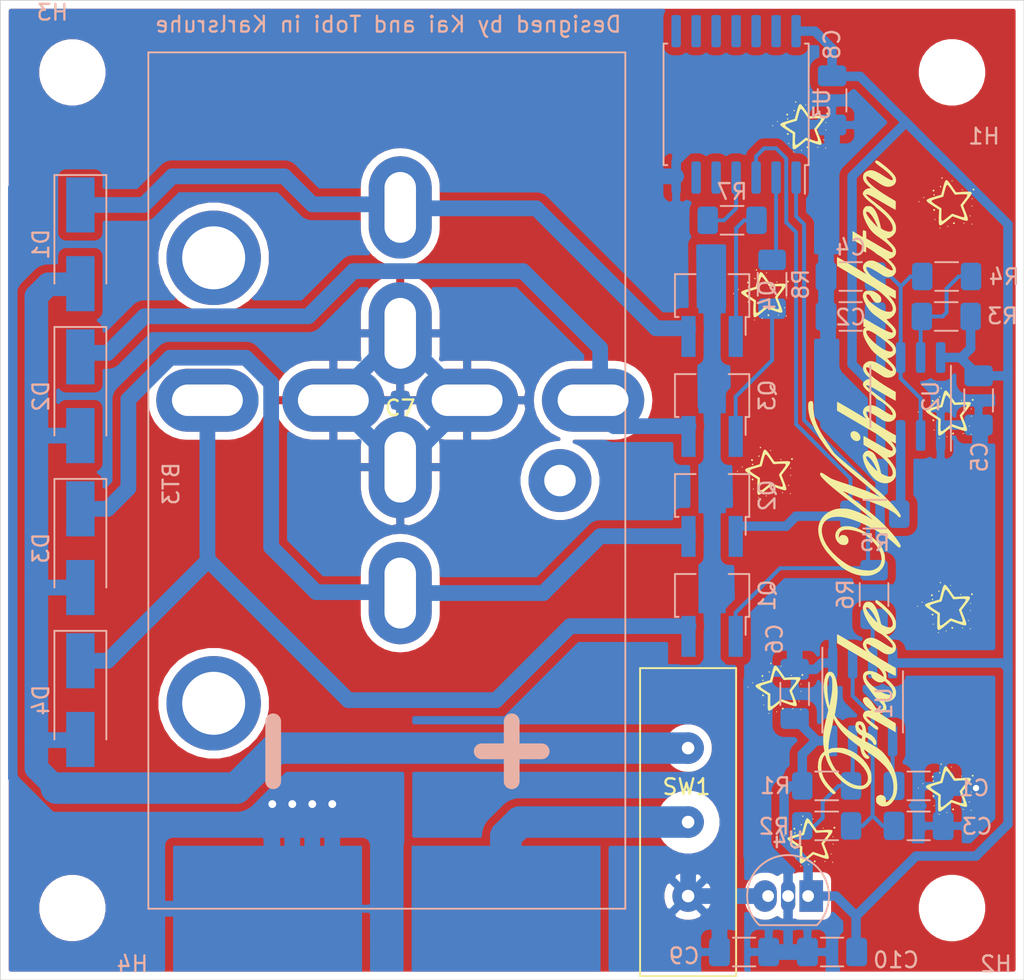
<source format=kicad_pcb>
(kicad_pcb (version 20171130) (host pcbnew "(5.1.10)-1")
  (layers (0 F.Cu signal hide) (31 B.Cu signal hide) (34 B.Paste user) (35 F.Paste user) (36 B.SilkS user) (37 F.SilkS user) (38 B.Mask user) (39 F.Mask user) (44 Edge.Cuts user))
  (net 0 "")
  (net 1 "Net-(BT3-Pad1)")
  (net 2 GND)
  (net 3 "Net-(C1-Pad1)")
  (net 4 "Net-(C2-Pad1)")
  (net 5 "Net-(C3-Pad1)")
  (net 6 "Net-(C4-Pad1)")
  (net 7 VCC)
  (net 8 /LED_MATRIX_1)
  (net 9 "Net-(Q1-Pad1)")
  (net 10 /LED_MATRIX_3)
  (net 11 "Net-(Q2-Pad1)")
  (net 12 /LED_MATRIX_2)
  (net 13 "Net-(Q3-Pad1)")
  (net 14 /LED_MATRIX_4)
  (net 15 "Net-(Q4-Pad1)")
  (net 16 "Net-(R1-Pad2)")
  (net 17 "Net-(R3-Pad2)")
  (net 18 "Net-(R5-Pad2)")
  (net 19 "Net-(R6-Pad2)")
  (net 20 +9V)
  (net 21 +5V)
  (net 22 "Net-(R7-Pad2)")
  (net 23 "Net-(R8-Pad2)")
  (module grafics:star_silk (layer F.Cu) (at 171.7676 117.1068)
    (fp_text reference G*** hide)
    (fp_text value LOGO hide)
  )
  (module grafics:star_silk (layer F.Cu) (at 160.0328 85.7124)
    (fp_text reference G*** hide)
    (fp_text value LOGO hide)
  )
  (module grafics:star_silk (layer F.Cu) (at 171.8184 79.8704)
    (fp_text reference G*** hide)
    (fp_text value LOGO hide)
  )
  (module grafics:star_silk (layer F.Cu) (at 160.2868 96.99)
    (fp_text reference G*** hide)
    (fp_text value LOGO hide)
  )
  (module grafics:star_silk (layer F.Cu) (at 160.9472 110.706)
    (fp_text reference G*** hide)
    (fp_text value LOGO hide)
  )
  (module grafics:star_silk (layer F.Cu) (at 171.7676 93.2308)
    (fp_text reference G*** hide)
    (fp_text value LOGO hide)
  )
  (module grafics:star_silk (layer F.Cu) (at 162.522 75.0444)
    (fp_text reference G*** hide)
    (fp_text value LOGO hide)
  )
  (module grafics:star_silk (layer F.Cu) (at 171.7168 105.5752)
    (fp_text reference G*** hide)
    (fp_text value LOGO hide)
  )
  (module grafics:star_silk (layer F.Cu) (at 162.9792 120.4088)
    (fp_text reference G*** hide)
    (fp_text value LOGO hide)
  )
  (module grafics:frohe_weihnachten_dick (layer F.Cu) (at 165.9764 97.752 90)
    (fp_text reference G*** hide)
    (fp_text value LOGO hide)
  )
  (module Package_TO_SOT_THT:TO-92_Inline (layer B.Cu) (at 163.03 123.914 180)
    (fp_text reference U4 (at 1.27 3.56) (layer B.SilkS) (effects (justify mirror)))
    (fp_text value L78L05_TO92)
    (pad 1 thru_hole rect (at 0 0 180) (size 1.5 2) (drill 0.75 (offset -0.2 0)) (layers *.Cu *.Mask) (net 21 +5V))
    (pad 3 thru_hole oval (at 2.54 0 180) (size 1.5 2) (drill 0.75 (offset 0.2 0)) (layers *.Cu *.Mask) (net 7 VCC))
    (pad 2 thru_hole oval (at 1.27 0 180) (size 0.9 2) (drill 0.75) (layers *.Cu *.Mask) (net 2 GND))
  )
  (module Resistor_SMD:R_1206_3216Metric_Pad1.30x1.75mm_HandSolder (layer B.Cu) (at 160.744 85.052 90)
    (fp_text reference R8 (at 0 1.82 90) (layer B.SilkS) (effects (justify mirror)))
    (fp_text value R)
    (pad 2 smd roundrect (at 1.55 0 90) (size 1.3 1.75) (layers B.Cu B.Paste B.Mask) (roundrect_rratio 0.192308) (net 23 "Net-(R8-Pad2)"))
    (pad 1 smd roundrect (at -1.55 0 90) (size 1.3 1.75) (layers B.Cu B.Paste B.Mask) (roundrect_rratio 0.192308) (net 13 "Net-(Q3-Pad1)"))
  )
  (module Resistor_SMD:R_1206_3216Metric_Pad1.30x1.75mm_HandSolder (layer B.Cu) (at 158.204 80.988 180)
    (fp_text reference R7 (at 0 1.82) (layer B.SilkS) (effects (justify mirror)))
    (fp_text value R)
    (pad 2 smd roundrect (at 1.55 0 180) (size 1.3 1.75) (layers B.Cu B.Paste B.Mask) (roundrect_rratio 0.192308) (net 22 "Net-(R7-Pad2)"))
    (pad 1 smd roundrect (at -1.55 0 180) (size 1.3 1.75) (layers B.Cu B.Paste B.Mask) (roundrect_rratio 0.192308) (net 15 "Net-(Q4-Pad1)"))
  )
  (module Capacitor_SMD:C_1206_3216Metric_Pad1.33x1.80mm_HandSolder (layer B.Cu) (at 164.554 127.47 180)
    (fp_text reference C10 (at -4.064 -0.508) (layer B.SilkS) (effects (justify mirror)))
    (fp_text value 10n)
    (pad 2 smd roundrect (at 1.5625 0 180) (size 1.325 1.8) (layers B.Cu B.Paste B.Mask) (roundrect_rratio 0.188679) (net 2 GND))
    (pad 1 smd roundrect (at -1.5625 0 180) (size 1.325 1.8) (layers B.Cu B.Paste B.Mask) (roundrect_rratio 0.188679) (net 21 +5V))
  )
  (module Capacitor_SMD:C_1206_3216Metric_Pad1.33x1.80mm_HandSolder (layer B.Cu) (at 158.966 127.47)
    (fp_text reference C9 (at -3.81 0.254) (layer B.SilkS) (effects (justify mirror)))
    (fp_text value 330n)
    (pad 2 smd roundrect (at 1.5625 0) (size 1.325 1.8) (layers B.Cu B.Paste B.Mask) (roundrect_rratio 0.188679) (net 2 GND))
    (pad 1 smd roundrect (at -1.5625 0) (size 1.325 1.8) (layers B.Cu B.Paste B.Mask) (roundrect_rratio 0.188679) (net 7 VCC))
  )
  (module Diode_SMD:D_SMA_Handsoldering (layer B.Cu) (at 116.802 111.468 270)
    (fp_text reference D4 (at 0 2.5 270) (layer B.SilkS) (effects (justify mirror)))
    (fp_text value "STPS 1L30A STM")
    (pad 2 smd rect (at 2.5 0 270) (size 3.5 1.8) (layers B.Cu B.Paste B.Mask) (net 20 +9V))
    (pad 1 smd rect (at -2.5 0 270) (size 3.5 1.8) (layers B.Cu B.Paste B.Mask) (net 8 /LED_MATRIX_1))
  )
  (module Diode_SMD:D_SMA_Handsoldering (layer B.Cu) (at 116.802 101.816 270)
    (fp_text reference D3 (at 0 2.5 90) (layer B.SilkS) (effects (justify mirror)))
    (fp_text value "STPS 1L30A STM")
    (pad 2 smd rect (at 2.5 0 270) (size 3.5 1.8) (layers B.Cu B.Paste B.Mask) (net 20 +9V))
    (pad 1 smd rect (at -2.5 0 270) (size 3.5 1.8) (layers B.Cu B.Paste B.Mask) (net 12 /LED_MATRIX_2))
  )
  (module Diode_SMD:D_SMA_Handsoldering (layer B.Cu) (at 116.802 92.164 270)
    (fp_text reference D2 (at 0 2.5 90) (layer B.SilkS) (effects (justify mirror)))
    (fp_text value "STPS 1L30A STM")
    (pad 2 smd rect (at 2.5 0 270) (size 3.5 1.8) (layers B.Cu B.Paste B.Mask) (net 20 +9V))
    (pad 1 smd rect (at -2.5 0 270) (size 3.5 1.8) (layers B.Cu B.Paste B.Mask) (net 10 /LED_MATRIX_3))
  )
  (module Diode_SMD:D_SMA_Handsoldering (layer B.Cu) (at 116.802 82.512 270)
    (fp_text reference D1 (at 0 2.5 90) (layer B.SilkS) (effects (justify mirror)))
    (fp_text value "STPS 1L30A STM")
    (pad 2 smd rect (at 2.5 0 270) (size 3.5 1.8) (layers B.Cu B.Paste B.Mask) (net 20 +9V))
    (pad 1 smd rect (at -2.5 0 270) (size 3.5 1.8) (layers B.Cu B.Paste B.Mask) (net 14 /LED_MATRIX_4))
  )
  (module Capacitor_SMD:C_1206_3216Metric_Pad1.33x1.80mm_HandSolder (layer B.Cu) (at 164.554 73.368 270)
    (fp_text reference C8 (at -3.556 0 90) (layer B.SilkS) (effects (justify mirror)))
    (fp_text value 100n)
    (pad 2 smd roundrect (at 1.5625 0 270) (size 1.325 1.8) (layers B.Cu B.Paste B.Mask) (roundrect_rratio 0.1886784905660377) (net 2 GND))
    (pad 1 smd roundrect (at -1.5625 0 270) (size 1.325 1.8) (layers B.Cu B.Paste B.Mask) (roundrect_rratio 0.1886784905660377) (net 21 +5V))
  )
  (module Bib:Schiebeschalter (layer F.Cu) (at 158.458 109.436 270)
    (fp_text reference SW1 (at 7.5438 3.1496) (layer F.SilkS))
    (fp_text value SW_DPDT_x2)
    (pad 3 thru_hole circle (at 5.08 3.05 270) (size 2 2) (drill 0.8) (layers *.Cu *.Mask) (net 20 +9V))
    (pad 2 thru_hole circle (at 9.78 3.05 270) (size 2 2) (drill 0.8) (layers *.Cu *.Mask) (net 1 "Net-(BT3-Pad1)") (clearance 1))
    (pad 1 thru_hole circle (at 14.48 3.05 270) (size 2 2) (drill 0.8) (layers *.Cu *.Mask) (net 7 VCC))
  )
  (module Package_TO_SOT_SMD:SOT-89-3 (layer B.Cu) (at 156.934 105.118 90)
    (fp_text reference Q1 (at 0.3 3.5 90) (layer B.SilkS) (effects (justify mirror)))
    (fp_text value BCX56)
    (pad 1 smd rect (at -1.65 1.5 90) (size 2.6 0.9) (drill (offset -0.65 0)) (layers B.Cu B.Paste B.Mask) (net 9 "Net-(Q1-Pad1)"))
    (pad 3 smd rect (at -1.65 -1.5 90) (size 2.6 0.9) (drill (offset -0.65 0)) (layers B.Cu B.Paste B.Mask) (net 8 /LED_MATRIX_1))
    (pad 2 smd custom (at -1.5625 0 90) (size 1.475 0.9) (layers B.Cu B.Paste B.Mask) (net 7 VCC) (options (clearance outline) (anchor rect)) (primitives (gr_poly (pts (xy 0.7375 0.8665) (xy 3.8625 0.8665) (xy 3.8625 -0.8665) (xy 0.7375 -0.8665)) (width 0))))
  )
  (module Bib:Verbindung_Basis (layer F.Cu) (at 137.122 92.418)
    (fp_text reference C7 (at 0 0.5) (layer F.SilkS))
    (fp_text value Baum_Connector)
    (pad 6 thru_hole oval (at 0 12.25) (size 4 6.5) (drill oval 2 4.5) (layers *.Cu *.Mask) (net 12 /LED_MATRIX_2))
    (pad 5 thru_hole oval (at 0 4.25) (size 4 6.5) (drill oval 2 4.5) (layers *.Cu *.Mask) (net 2 GND))
    (pad 2 thru_hole oval (at 0 -12.25) (size 4 6.5) (drill oval 2 4.5) (layers *.Cu *.Mask) (net 14 /LED_MATRIX_4))
    (pad 1 thru_hole oval (at 0 -4.25) (size 4 6.5) (drill oval 2 4.5) (layers *.Cu *.Mask) (net 2 GND))
    (pad 8 thru_hole oval (at -12.25 0) (size 6.5 4) (drill oval 4.5 2) (layers *.Cu *.Mask) (net 8 /LED_MATRIX_1))
    (pad 7 thru_hole oval (at -4.25 0) (size 6.5 4) (drill oval 4.5 2) (layers *.Cu *.Mask) (net 2 GND))
    (pad 4 thru_hole oval (at 12.25 0) (size 6.5 4) (drill oval 4.5 2) (layers *.Cu *.Mask) (net 10 /LED_MATRIX_3))
    (pad 3 thru_hole oval (at 4.25 0) (size 6.5 4) (drill oval 4.5 2) (layers *.Cu *.Mask) (net 2 GND))
  )
  (module MountingHole:MountingHole_3.2mm_M3 (layer F.Cu) (at 116.294 124.676)
    (fp_text reference H4 (at 3.81 3.556) (layer B.SilkS) (effects (justify mirror)))
    (fp_text value M3)
    (pad 1 np_thru_hole circle (at 0 0) (size 3.2 3.2) (drill 3.2) (layers *.Cu *.Mask))
  )
  (module MountingHole:MountingHole_3.2mm_M3 (layer F.Cu) (at 116.294 71.59)
    (fp_text reference H3 (at -1.27 -3.81) (layer B.SilkS) (effects (justify mirror)))
    (fp_text value M3)
    (pad 1 np_thru_hole circle (at 0 0) (size 3.2 3.2) (drill 3.2) (layers *.Cu *.Mask))
  )
  (module MountingHole:MountingHole_3.2mm_M3 (layer F.Cu) (at 172.174 124.676)
    (fp_text reference H2 (at 2.794 3.556) (layer B.SilkS) (effects (justify mirror)))
    (fp_text value M3)
    (pad 1 np_thru_hole circle (at 0 0) (size 3.2 3.2) (drill 3.2) (layers *.Cu *.Mask))
  )
  (module MountingHole:MountingHole_3.2mm_M3 (layer F.Cu) (at 172.174 71.59)
    (fp_text reference H1 (at 2.032 4.064) (layer B.SilkS) (effects (justify mirror)))
    (fp_text value M3)
    (pad 1 np_thru_hole circle (at 0 0) (size 3.2 3.2) (drill 3.2) (layers *.Cu *.Mask))
  )
  (module Package_SO:SOIC-14W_7.5x9mm_P1.27mm (layer B.Cu) (at 158.458 73.622 90)
    (fp_text reference U3 (at 0 5.45 90) (layer B.SilkS) (effects (justify mirror)))
    (fp_text value 74HC04)
    (pad 1 smd roundrect (at -4.65 3.81 90) (size 2.05 0.6) (layers B.Cu B.Paste B.Mask) (net 9 "Net-(Q1-Pad1)"))
    (pad 2 smd roundrect (at -4.65 2.54 90) (size 2.05 0.6) (layers B.Cu B.Paste B.Mask) (net 23 "Net-(R8-Pad2)"))
    (pad 3 smd roundrect (at -4.65 1.27 90) (size 2.05 0.6) (layers B.Cu B.Paste B.Mask) (net 11 "Net-(Q2-Pad1)"))
    (pad 4 smd roundrect (at -4.65 0 90) (size 2.05 0.6) (layers B.Cu B.Paste B.Mask) (net 22 "Net-(R7-Pad2)"))
    (pad 5 smd roundrect (at -4.65 -1.27 90) (size 2.05 0.6) (layers B.Cu B.Paste B.Mask))
    (pad 6 smd roundrect (at -4.65 -2.54 90) (size 2.05 0.6) (layers B.Cu B.Paste B.Mask))
    (pad 7 smd roundrect (at -4.65 -3.81 90) (size 2.05 0.6) (layers B.Cu B.Paste B.Mask) (net 2 GND))
    (pad 8 smd roundrect (at 4.65 -3.81 90) (size 2.05 0.6) (layers B.Cu B.Paste B.Mask))
    (pad 9 smd roundrect (at 4.65 -2.54 90) (size 2.05 0.6) (layers B.Cu B.Paste B.Mask))
    (pad 10 smd roundrect (at 4.65 -1.27 90) (size 2.05 0.6) (layers B.Cu B.Paste B.Mask))
    (pad 11 smd roundrect (at 4.65 0 90) (size 2.05 0.6) (layers B.Cu B.Paste B.Mask))
    (pad 12 smd roundrect (at 4.65 1.27 90) (size 2.05 0.6) (layers B.Cu B.Paste B.Mask))
    (pad 13 smd roundrect (at 4.65 2.54 90) (size 2.05 0.6) (layers B.Cu B.Paste B.Mask))
    (pad 14 smd roundrect (at 4.65 3.81 90) (size 2.05 0.6) (layers B.Cu B.Paste B.Mask) (net 21 +5V))
  )
  (module Bib:9V_Holder (layer B.Cu) (at 121.12 70.32 270)
    (fp_text reference BT3 (at 27.4 -1.45 90) (layer B.SilkS) (effects (justify mirror)))
    (fp_text value 9V)
    (fp_text user + (at 44.4 -22.725 90) (layer B.SilkS) (effects (font (size 5 5) (thickness 1)) (justify mirror)))
    (fp_text user - (at 44.4 -7.575 90) (layer B.SilkS) (effects (font (size 5 5) (thickness 1)) (justify mirror)))
    (pad 3 thru_hole circle (at 41.35 -4.15 270) (size 6 6) (drill 4) (layers *.Cu *.Mask))
    (pad 4 thru_hole circle (at 27.2 -26.15 270) (size 4 4) (drill 2) (layers *.Cu *.Mask))
    (pad 5 thru_hole circle (at 13.05 -4.15 270) (size 6 6) (drill 4) (layers *.Cu *.Mask))
    (pad 2 smd rect (at 54.4 -7.575 270) (size 8 12) (layers B.Cu B.Paste B.Mask) (net 2 GND))
    (pad 1 smd rect (at 54.4 -22.725 270) (size 8 12) (layers B.Cu B.Paste B.Mask) (net 1 "Net-(BT3-Pad1)") (clearance 0.5))
  )
  (module Capacitor_SMD:C_1206_3216Metric_Pad1.33x1.80mm_HandSolder (layer B.Cu) (at 162.179 111.0744 90)
    (fp_text reference C6 (at 3.4799 -1.2699 90) (layer B.SilkS) (effects (justify mirror)))
    (fp_text value 100n)
    (pad 1 smd roundrect (at -1.5625 0 90) (size 1.325 1.8) (layers B.Cu B.Paste B.Mask) (roundrect_rratio 0.1886777358490566) (net 21 +5V))
    (pad 2 smd roundrect (at 1.5625 0 90) (size 1.325 1.8) (layers B.Cu B.Paste B.Mask) (roundrect_rratio 0.1886777358490566) (net 2 GND))
  )
  (module Capacitor_SMD:C_1206_3216Metric_Pad1.33x1.80mm_HandSolder (layer B.Cu) (at 173.8632 92.4306 270)
    (fp_text reference C5 (at 3.5942 -0.0634 90) (layer B.SilkS) (effects (justify mirror)))
    (fp_text value 100n)
    (pad 1 smd roundrect (at -1.5625 0 270) (size 1.325 1.8) (layers B.Cu B.Paste B.Mask) (roundrect_rratio 0.1886777358490566) (net 21 +5V))
    (pad 2 smd roundrect (at 1.5625 0 270) (size 1.325 1.8) (layers B.Cu B.Paste B.Mask) (roundrect_rratio 0.1886777358490566) (net 2 GND))
  )
  (module Resistor_SMD:R_1206_3216Metric_Pad1.30x1.75mm_HandSolder (layer B.Cu) (at 167.221 104.7624 270)
    (fp_text reference R6 (at 0 1.82 90) (layer B.SilkS) (effects (justify mirror)))
    (fp_text value R)
    (pad 1 smd roundrect (at -1.55 0 270) (size 1.3 1.75) (layers B.Cu B.Paste B.Mask) (roundrect_rratio 0.1923069230769231) (net 9 "Net-(Q1-Pad1)"))
    (pad 2 smd roundrect (at 1.55 0 270) (size 1.3 1.75) (layers B.Cu B.Paste B.Mask) (roundrect_rratio 0.1923069230769231) (net 19 "Net-(R6-Pad2)"))
  )
  (module Resistor_SMD:R_1206_3216Metric_Pad1.30x1.75mm_HandSolder (layer B.Cu) (at 167.2712 99.657)
    (fp_text reference R5 (at 0 1.82) (layer B.SilkS) (effects (justify mirror)))
    (fp_text value R)
    (pad 1 smd roundrect (at -1.55 0) (size 1.3 1.75) (layers B.Cu B.Paste B.Mask) (roundrect_rratio 0.1923069230769231) (net 11 "Net-(Q2-Pad1)"))
    (pad 2 smd roundrect (at 1.55 0) (size 1.3 1.75) (layers B.Cu B.Paste B.Mask) (roundrect_rratio 0.1923069230769231) (net 18 "Net-(R5-Pad2)"))
  )
  (module Resistor_SMD:R_1206_3216Metric_Pad1.30x1.75mm_HandSolder (layer B.Cu) (at 171.8312 84.5566 180)
    (fp_text reference R4 (at -3.6575 -0.0255) (layer B.SilkS) (effects (justify mirror)))
    (fp_text value R)
    (pad 1 smd roundrect (at -1.55 0 180) (size 1.3 1.75) (layers B.Cu B.Paste B.Mask) (roundrect_rratio 0.1923069230769231) (net 17 "Net-(R3-Pad2)"))
    (pad 2 smd roundrect (at 1.55 0 180) (size 1.3 1.75) (layers B.Cu B.Paste B.Mask) (roundrect_rratio 0.1923069230769231) (net 6 "Net-(C4-Pad1)"))
  )
  (module Resistor_SMD:R_1206_3216Metric_Pad1.30x1.75mm_HandSolder (layer B.Cu) (at 171.8052 87.0966 180)
    (fp_text reference R3 (at -3.5692 0.0253) (layer B.SilkS) (effects (justify mirror)))
    (fp_text value R)
    (pad 1 smd roundrect (at -1.55 0 180) (size 1.3 1.75) (layers B.Cu B.Paste B.Mask) (roundrect_rratio 0.1923069230769231) (net 21 +5V))
    (pad 2 smd roundrect (at 1.55 0 180) (size 1.3 1.75) (layers B.Cu B.Paste B.Mask) (roundrect_rratio 0.1923069230769231) (net 17 "Net-(R3-Pad2)"))
  )
  (module Resistor_SMD:R_1206_3216Metric_Pad1.30x1.75mm_HandSolder (layer B.Cu) (at 164.211 119.4564)
    (fp_text reference R2 (at -3.34 0.038) (layer B.SilkS) (effects (justify mirror)))
    (fp_text value R)
    (pad 1 smd roundrect (at -1.55 0) (size 1.3 1.75) (layers B.Cu B.Paste B.Mask) (roundrect_rratio 0.1923069230769231) (net 16 "Net-(R1-Pad2)"))
    (pad 2 smd roundrect (at 1.55 0) (size 1.3 1.75) (layers B.Cu B.Paste B.Mask) (roundrect_rratio 0.1923069230769231) (net 5 "Net-(C3-Pad1)"))
  )
  (module Resistor_SMD:R_1206_3216Metric_Pad1.30x1.75mm_HandSolder (layer B.Cu) (at 164.211 116.9164)
    (fp_text reference R1 (at -3.2638 -0.0001) (layer B.SilkS) (effects (justify mirror)))
    (fp_text value R)
    (pad 1 smd roundrect (at -1.55 0) (size 1.3 1.75) (layers B.Cu B.Paste B.Mask) (roundrect_rratio 0.1923069230769231) (net 21 +5V))
    (pad 2 smd roundrect (at 1.55 0) (size 1.3 1.75) (layers B.Cu B.Paste B.Mask) (roundrect_rratio 0.1923069230769231) (net 16 "Net-(R1-Pad2)"))
  )
  (module Capacitor_SMD:C_1206_3216Metric_Pad1.33x1.80mm_HandSolder (layer B.Cu) (at 165.7352 84.5566 180)
    (fp_text reference C4 (at 0 1.85) (layer B.SilkS) (effects (justify mirror)))
    (fp_text value C)
    (pad 1 smd roundrect (at -1.5625 0 180) (size 1.325 1.8) (layers B.Cu B.Paste B.Mask) (roundrect_rratio 0.1886777358490566) (net 6 "Net-(C4-Pad1)"))
    (pad 2 smd roundrect (at 1.5625 0 180) (size 1.325 1.8) (layers B.Cu B.Paste B.Mask) (roundrect_rratio 0.1886777358490566) (net 2 GND))
  )
  (module Capacitor_SMD:C_1206_3216Metric_Pad1.33x1.80mm_HandSolder (layer B.Cu) (at 170.053 119.4564)
    (fp_text reference C3 (at 3.7085 0.038) (layer B.SilkS) (effects (justify mirror)))
    (fp_text value C)
    (pad 1 smd roundrect (at -1.5625 0) (size 1.325 1.8) (layers B.Cu B.Paste B.Mask) (roundrect_rratio 0.1886777358490566) (net 5 "Net-(C3-Pad1)"))
    (pad 2 smd roundrect (at 1.5625 0) (size 1.325 1.8) (layers B.Cu B.Paste B.Mask) (roundrect_rratio 0.1886777358490566) (net 2 GND))
  )
  (module Capacitor_SMD:C_1206_3216Metric_Pad1.33x1.80mm_HandSolder (layer B.Cu) (at 165.7352 87.0966 180)
    (fp_text reference C2 (at 0 -0.0509) (layer B.SilkS) (effects (justify mirror)))
    (fp_text value 10n)
    (pad 1 smd roundrect (at -1.5625 0 180) (size 1.325 1.8) (layers B.Cu B.Paste B.Mask) (roundrect_rratio 0.1886777358490566) (net 4 "Net-(C2-Pad1)"))
    (pad 2 smd roundrect (at 1.5625 0 180) (size 1.325 1.8) (layers B.Cu B.Paste B.Mask) (roundrect_rratio 0.1886777358490566) (net 2 GND))
  )
  (module Capacitor_SMD:C_1206_3216Metric_Pad1.33x1.80mm_HandSolder (layer B.Cu) (at 170.053 116.9164)
    (fp_text reference C1 (at 3.518 0.1396) (layer B.SilkS) (effects (justify mirror)))
    (fp_text value 10n)
    (pad 1 smd roundrect (at -1.5625 0) (size 1.325 1.8) (layers B.Cu B.Paste B.Mask) (roundrect_rratio 0.1886777358490566) (net 3 "Net-(C1-Pad1)"))
    (pad 2 smd roundrect (at 1.5625 0) (size 1.325 1.8) (layers B.Cu B.Paste B.Mask) (roundrect_rratio 0.1886777358490566) (net 2 GND))
  )
  (module Package_SO:SOIC-8_3.9x4.9mm_P1.27mm (layer B.Cu) (at 169.5452 92.1766 90)
    (fp_text reference U2 (at -0.0001 1.2826 90) (layer B.SilkS) (effects (justify mirror)))
    (fp_text value NE555D)
    (pad 1 smd roundrect (at -2.475 1.905 90) (size 1.95 0.6) (layers B.Cu B.Paste B.Mask) (net 2 GND))
    (pad 2 smd roundrect (at -2.475 0.635 90) (size 1.95 0.6) (layers B.Cu B.Paste B.Mask) (net 6 "Net-(C4-Pad1)"))
    (pad 3 smd roundrect (at -2.475 -0.635 90) (size 1.95 0.6) (layers B.Cu B.Paste B.Mask) (net 18 "Net-(R5-Pad2)"))
    (pad 4 smd roundrect (at -2.475 -1.905 90) (size 1.95 0.6) (layers B.Cu B.Paste B.Mask) (net 21 +5V))
    (pad 5 smd roundrect (at 2.475 -1.905 90) (size 1.95 0.6) (layers B.Cu B.Paste B.Mask) (net 4 "Net-(C2-Pad1)"))
    (pad 6 smd roundrect (at 2.475 -0.635 90) (size 1.95 0.6) (layers B.Cu B.Paste B.Mask) (net 6 "Net-(C4-Pad1)"))
    (pad 7 smd roundrect (at 2.475 0.635 90) (size 1.95 0.6) (layers B.Cu B.Paste B.Mask) (net 17 "Net-(R3-Pad2)"))
    (pad 8 smd roundrect (at 2.475 1.905 90) (size 1.95 0.6) (layers B.Cu B.Paste B.Mask) (net 21 +5V))
  )
  (module Package_SO:SOIC-8_3.9x4.9mm_P1.27mm (layer B.Cu) (at 166.497 111.5824 270)
    (fp_text reference U1 (at 0.0634 -1.359 90) (layer B.SilkS) (effects (justify mirror)))
    (fp_text value NE555D)
    (pad 1 smd roundrect (at -2.475 1.905 270) (size 1.95 0.6) (layers B.Cu B.Paste B.Mask) (net 2 GND))
    (pad 2 smd roundrect (at -2.475 0.635 270) (size 1.95 0.6) (layers B.Cu B.Paste B.Mask) (net 5 "Net-(C3-Pad1)"))
    (pad 3 smd roundrect (at -2.475 -0.635 270) (size 1.95 0.6) (layers B.Cu B.Paste B.Mask) (net 19 "Net-(R6-Pad2)"))
    (pad 4 smd roundrect (at -2.475 -1.905 270) (size 1.95 0.6) (layers B.Cu B.Paste B.Mask) (net 21 +5V))
    (pad 5 smd roundrect (at 2.475 -1.905 270) (size 1.95 0.6) (layers B.Cu B.Paste B.Mask) (net 3 "Net-(C1-Pad1)"))
    (pad 6 smd roundrect (at 2.475 -0.635 270) (size 1.95 0.6) (layers B.Cu B.Paste B.Mask) (net 5 "Net-(C3-Pad1)"))
    (pad 7 smd roundrect (at 2.475 0.635 270) (size 1.95 0.6) (layers B.Cu B.Paste B.Mask) (net 16 "Net-(R1-Pad2)"))
    (pad 8 smd roundrect (at 2.475 1.905 270) (size 1.95 0.6) (layers B.Cu B.Paste B.Mask) (net 21 +5V))
  )
  (module Package_TO_SOT_SMD:SOT-89-3 (layer B.Cu) (at 156.934 86.068 90)
    (fp_text reference Q4 (at 0.3 3.5 90) (layer B.SilkS) (effects (justify mirror)))
    (fp_text value BCX56)
    (pad 1 smd rect (at -1.65 1.5 90) (size 2.6 0.9) (drill (offset -0.65 0)) (layers B.Cu B.Paste B.Mask) (net 15 "Net-(Q4-Pad1)"))
    (pad 3 smd rect (at -1.65 -1.5 90) (size 2.6 0.9) (drill (offset -0.65 0)) (layers B.Cu B.Paste B.Mask) (net 14 /LED_MATRIX_4))
    (pad 2 smd custom (at -1.5625 0 90) (size 1.475 0.9) (layers B.Cu B.Paste B.Mask) (net 7 VCC) (options (clearance outline) (anchor rect)) (primitives (gr_poly (pts (xy 0.7375 0.8665) (xy 3.8625 0.8665) (xy 3.8625 -0.8665) (xy 0.7375 -0.8665)) (width 0))))
  )
  (module Package_TO_SOT_SMD:SOT-89-3 (layer B.Cu) (at 156.934 92.418 90)
    (fp_text reference Q3 (at 0.3 3.5 90) (layer B.SilkS) (effects (justify mirror)))
    (fp_text value BCX56)
    (pad 1 smd rect (at -1.65 1.5 90) (size 2.6 0.9) (drill (offset -0.65 0)) (layers B.Cu B.Paste B.Mask) (net 13 "Net-(Q3-Pad1)"))
    (pad 3 smd rect (at -1.65 -1.5 90) (size 2.6 0.9) (drill (offset -0.65 0)) (layers B.Cu B.Paste B.Mask) (net 10 /LED_MATRIX_3))
    (pad 2 smd custom (at -1.5625 0 90) (size 1.475 0.9) (layers B.Cu B.Paste B.Mask) (net 7 VCC) (options (clearance outline) (anchor rect)) (primitives (gr_poly (pts (xy 0.7375 0.8665) (xy 3.8625 0.8665) (xy 3.8625 -0.8665) (xy 0.7375 -0.8665)) (width 0))))
  )
  (module Package_TO_SOT_SMD:SOT-89-3 (layer B.Cu) (at 156.934 98.768 90)
    (fp_text reference Q2 (at 0.3 3.5 90) (layer B.SilkS) (effects (justify mirror)))
    (fp_text value BCX56)
    (pad 1 smd rect (at -1.65 1.5 90) (size 2.6 0.9) (drill (offset -0.65 0)) (layers B.Cu B.Paste B.Mask) (net 11 "Net-(Q2-Pad1)"))
    (pad 3 smd rect (at -1.65 -1.5 90) (size 2.6 0.9) (drill (offset -0.65 0)) (layers B.Cu B.Paste B.Mask) (net 12 /LED_MATRIX_2))
    (pad 2 smd custom (at -1.5625 0 90) (size 1.475 0.9) (layers B.Cu B.Paste B.Mask) (net 7 VCC) (options (clearance outline) (anchor rect)) (primitives (gr_poly (pts (xy 0.7375 0.8665) (xy 3.8625 0.8665) (xy 3.8625 -0.8665) (xy 0.7375 -0.8665)) (width 0))))
  )
  (gr_text "Designed by Kai and Tobi in Karlsruhe" (at 136.36 68.542) (layer B.SilkS) (effects (font (size 1 1)) (justify mirror)))
  (gr_line (start 176.746 129.248) (end 176.746 67.018) (layer Edge.Cuts) (width 0.05))
  (gr_line (start 111.722 129.248) (end 176.746 129.248) (layer Edge.Cuts) (width 0.05))
  (gr_line (start 111.722 67.018) (end 119.469 67.018) (layer Edge.Cuts) (width 0.05))
  (gr_line (start 111.722 129.248) (end 111.722 67.018) (layer Edge.Cuts) (width 0.05))
  (gr_line (start 176.746 67.018) (end 119.469 67.018) (layer Edge.Cuts) (width 0.05))
  (segment (start 155.412 119.214) (end 144.7176 119.214) (width 2) (layer B.Cu) (net 1))
  (segment (start 144.7176 119.214) (end 143.8276 120.104) (width 2) (layer B.Cu) (net 1))
  (segment (start 143.8276 120.104) (end 143.8276 124.7014) (width 2) (layer B.Cu) (net 1))
  (via (at 130.264 118.072) (size 1) (drill 0.5) (layers F.Cu B.Cu) (net 2))
  (via (at 131.534 118.072) (size 1) (drill 0.5) (layers F.Cu B.Cu) (net 2))
  (via (at 132.804 118.072) (size 1) (drill 0.5) (layers F.Cu B.Cu) (net 2))
  (segment (start 137.122 96.668) (end 132.872 92.418) (width 1) (layer B.Cu) (net 2))
  (segment (start 137.122 88.168) (end 132.872 92.418) (width 1) (layer B.Cu) (net 2))
  (segment (start 171.6155 119.4564) (end 171.6155 116.9164) (width 1) (layer B.Cu) (net 2))
  (segment (start 164.592 109.1074) (end 163.892 109.1074) (width 0.6) (layer B.Cu) (net 2))
  (segment (start 163.4875 109.5119) (end 162.179 109.5119) (width 0.6) (layer B.Cu) (net 2))
  (segment (start 163.892 109.1074) (end 163.4875 109.5119) (width 0.6) (layer B.Cu) (net 2))
  (segment (start 164.1727 84.5566) (end 164.1727 87.0966) (width 1) (layer B.Cu) (net 2))
  (segment (start 164.046 87.592) (end 164.3 87.338) (width 1) (layer B.Cu) (net 2))
  (segment (start 128.695 124.72) (end 128.95 124.72) (width 1) (layer B.Cu) (net 2))
  (segment (start 128.95 124.72) (end 131.28 122.39) (width 1) (layer B.Cu) (net 2))
  (segment (start 173.952 100.292) (end 173.952 93.942) (width 1) (layer B.Cu) (net 2))
  (segment (start 173.952 102.07) (end 173.952 100.292) (width 1) (layer B.Cu) (net 2))
  (segment (start 171.412 104.61) (end 173.952 102.07) (width 1) (layer B.Cu) (net 2))
  (segment (start 162.179 105.969) (end 163.538 104.61) (width 1) (layer B.Cu) (net 2))
  (segment (start 162.179 109.5119) (end 162.179 105.969) (width 1) (layer B.Cu) (net 2))
  (via (at 128.994 118.072) (size 1) (drill 0.5) (layers F.Cu B.Cu) (net 2))
  (via (at 173.698 117.056) (size 0.8) (drill 0.4) (layers F.Cu B.Cu) (net 2))
  (segment (start 173.698 117.056) (end 171.412 117.056) (width 1) (layer B.Cu) (net 2))
  (segment (start 137.122 96.668) (end 137.19 96.668) (width 1) (layer B.Cu) (net 2))
  (segment (start 137.19 96.668) (end 141.44 92.418) (width 1) (layer B.Cu) (net 2))
  (segment (start 137.122 88.168) (end 137.122 88.354) (width 1) (layer B.Cu) (net 2))
  (segment (start 137.122 88.354) (end 141.44 92.672) (width 1) (layer B.Cu) (net 2))
  (segment (start 128.994 118.072) (end 128.994 124.168) (width 1) (layer B.Cu) (net 2))
  (segment (start 130.264 118.072) (end 130.264 123.406) (width 1) (layer B.Cu) (net 2))
  (segment (start 131.534 118.072) (end 131.534 121.882) (width 1) (layer B.Cu) (net 2))
  (segment (start 132.804 118.072) (end 132.804 121.12) (width 1) (layer B.Cu) (net 2))
  (segment (start 128.695 124.72) (end 120.656 124.72) (width 1) (layer B.Cu) (net 2))
  (segment (start 113.246 78.194) (end 116.548 74.892) (width 1) (layer B.Cu) (net 2))
  (segment (start 116.548 74.892) (end 144.488 74.892) (width 1) (layer B.Cu) (net 2))
  (segment (start 161.76 123.914) (end 161.76 127.47) (width 0.6) (layer B.Cu) (net 2))
  (segment (start 161.76 127.47) (end 163.03 127.47) (width 1) (layer B.Cu) (net 2))
  (segment (start 160.5285 127.47) (end 161.76 127.47) (width 1) (layer B.Cu) (net 2))
  (segment (start 161.76 123.914) (end 161.76 123.438707) (width 0.6) (layer B.Cu) (net 2))
  (segment (start 162.014 109.69) (end 162.014 109.436) (width 0.6) (layer B.Cu) (net 2))
  (segment (start 159.728 109.69) (end 162.014 109.69) (width 0.6) (layer B.Cu) (net 2))
  (segment (start 159.22 110.198) (end 159.728 109.69) (width 0.6) (layer B.Cu) (net 2))
  (segment (start 159.22 121.374) (end 159.22 110.198) (width 0.6) (layer B.Cu) (net 2))
  (segment (start 159.982 122.136) (end 159.22 121.374) (width 0.6) (layer B.Cu) (net 2))
  (segment (start 154.648 77.247) (end 157.003 74.892) (width 0.6) (layer B.Cu) (net 2))
  (segment (start 157.003 74.892) (end 164.554 74.892) (width 0.6) (layer B.Cu) (net 2))
  (segment (start 154.648 78.272) (end 154.648 77.247) (width 0.6) (layer B.Cu) (net 2))
  (segment (start 144.488 74.892) (end 147.282 74.892) (width 1) (layer B.Cu) (net 2))
  (segment (start 147.282 74.892) (end 150.584 78.194) (width 1) (layer B.Cu) (net 2))
  (segment (start 150.584 78.194) (end 154.648 78.194) (width 1) (layer B.Cu) (net 2))
  (segment (start 164.1727 84.5566) (end 164.1727 77.5593) (width 1) (layer B.Cu) (net 2))
  (segment (start 164.554 77.178) (end 164.554 74.892) (width 1) (layer B.Cu) (net 2))
  (segment (start 164.1727 77.5593) (end 164.554 77.178) (width 1) (layer B.Cu) (net 2))
  (segment (start 173.8632 93.9931) (end 171.4631 93.9931) (width 0.6) (layer B.Cu) (net 2))
  (segment (start 161.76 122.39) (end 161.506 122.136) (width 0.6) (layer B.Cu) (net 2))
  (segment (start 161.76 123.914) (end 161.76 122.39) (width 0.6) (layer B.Cu) (net 2))
  (segment (start 161.506 122.136) (end 159.982 122.136) (width 0.6) (layer B.Cu) (net 2))
  (segment (start 163.538 104.61) (end 169.634 104.61) (width 1) (layer B.Cu) (net 2))
  (segment (start 169.634 104.61) (end 171.412 104.61) (width 1) (layer B.Cu) (net 2))
  (segment (start 167.602 97.244) (end 164.3 93.942) (width 1) (layer B.Cu) (net 2))
  (segment (start 164.3 93.942) (end 164.3 87.084) (width 1) (layer B.Cu) (net 2))
  (segment (start 112.507991 78.932009) (end 113.246 78.194) (width 0.6) (layer B.Cu) (net 2))
  (segment (start 112.507991 116.407325) (end 112.507991 78.932009) (width 0.6) (layer B.Cu) (net 2))
  (segment (start 120.656 124.555334) (end 112.507991 116.407325) (width 0.6) (layer B.Cu) (net 2))
  (segment (start 120.656 124.72) (end 120.656 124.555334) (width 0.6) (layer B.Cu) (net 2))
  (segment (start 167.602 101.054) (end 167.602 97.244) (width 0.6) (layer B.Cu) (net 2))
  (segment (start 167.602 101.054) (end 169.634 103.086) (width 0.6) (layer B.Cu) (net 2))
  (segment (start 169.634 103.086) (end 169.634 104.61) (width 0.6) (layer B.Cu) (net 2))
  (segment (start 168.402 116.8279) (end 168.4905 116.9164) (width 0.25) (layer B.Cu) (net 3))
  (segment (start 168.402 114.0574) (end 168.402 116.8279) (width 0.25) (layer B.Cu) (net 3))
  (segment (start 167.6402 89.7016) (end 167.6402 87.6302) (width 0.6) (layer B.Cu) (net 4))
  (segment (start 167.6402 87.6302) (end 167.348 87.338) (width 0.6) (layer B.Cu) (net 4))
  (segment (start 167.348 87.338) (end 167.094 87.084) (width 0.6) (layer B.Cu) (net 4))
  (segment (start 167.132 114.0574) (end 167.132 118.8214) (width 0.25) (layer B.Cu) (net 5))
  (segment (start 166.497 119.4564) (end 165.761 119.4564) (width 0.25) (layer B.Cu) (net 5))
  (segment (start 167.132 118.8214) (end 166.497 119.4564) (width 0.25) (layer B.Cu) (net 5))
  (segment (start 167.767 119.4564) (end 168.4905 119.4564) (width 0.25) (layer B.Cu) (net 5))
  (segment (start 167.132 118.8214) (end 167.767 119.4564) (width 0.25) (layer B.Cu) (net 5))
  (segment (start 167.132 114.0574) (end 167.132 112.4714) (width 0.25) (layer B.Cu) (net 5))
  (segment (start 165.862 111.2014) (end 165.862 109.1074) (width 0.25) (layer B.Cu) (net 5))
  (segment (start 167.132 112.4714) (end 165.862 111.2014) (width 0.25) (layer B.Cu) (net 5))
  (segment (start 168.9102 89.7016) (end 168.9102 85.1916) (width 0.25) (layer B.Cu) (net 6))
  (segment (start 168.2752 84.5566) (end 168.9102 85.1916) (width 0.25) (layer B.Cu) (net 6))
  (segment (start 167.2977 84.5566) (end 168.2752 84.5566) (width 0.25) (layer B.Cu) (net 6))
  (segment (start 169.5452 84.5566) (end 168.9102 85.1916) (width 0.25) (layer B.Cu) (net 6))
  (segment (start 170.2812 84.5566) (end 169.5452 84.5566) (width 0.25) (layer B.Cu) (net 6))
  (segment (start 168.9102 89.7016) (end 168.9102 91.0336) (width 0.25) (layer B.Cu) (net 6))
  (segment (start 170.1802 92.3036) (end 170.1802 94.6516) (width 0.25) (layer B.Cu) (net 6))
  (segment (start 168.9102 91.0336) (end 170.1802 92.3036) (width 0.25) (layer B.Cu) (net 6))
  (segment (start 156.934 104.9025) (end 156.934 106.896) (width 1) (layer B.Cu) (net 7))
  (segment (start 156.934 91.148) (end 156.934 85.814) (width 1) (layer B.Cu) (net 7))
  (segment (start 156.934 104.9025) (end 156.934 100.8) (width 1) (layer B.Cu) (net 7))
  (segment (start 156.934 96.482) (end 156.934 91.148) (width 1) (layer B.Cu) (net 7))
  (segment (start 156.934 100.8) (end 156.934 96.482) (width 1) (layer B.Cu) (net 7))
  (segment (start 157.4035 123.9525) (end 157.44 123.916) (width 1) (layer B.Cu) (net 7))
  (segment (start 157.4035 127.47) (end 157.4035 123.9525) (width 1) (layer B.Cu) (net 7))
  (segment (start 157.44 123.916) (end 160.48299 123.916) (width 1) (layer B.Cu) (net 7))
  (segment (start 155.408 123.916) (end 157.44 123.916) (width 1) (layer B.Cu) (net 7))
  (segment (start 155.408 123.916) (end 155.408 122.392) (width 1) (layer B.Cu) (net 7))
  (segment (start 157.908001 109.992003) (end 156.934 109.018002) (width 1) (layer B.Cu) (net 7))
  (segment (start 157.908001 120.416001) (end 157.908001 109.992003) (width 1) (layer B.Cu) (net 7))
  (segment (start 156.608001 121.716001) (end 157.908001 120.416001) (width 1) (layer B.Cu) (net 7))
  (segment (start 156.083999 121.716001) (end 156.608001 121.716001) (width 1) (layer B.Cu) (net 7))
  (segment (start 155.408 122.392) (end 156.083999 121.716001) (width 1) (layer B.Cu) (net 7))
  (segment (start 156.934 109.018002) (end 156.934 106.642) (width 1) (layer B.Cu) (net 7))
  (segment (start 124.872 102.52) (end 124.872 92.418) (width 1) (layer B.Cu) (net 8))
  (segment (start 133.82 111.468) (end 124.872 102.52) (width 1) (layer B.Cu) (net 8))
  (segment (start 155.434 106.768) (end 147.918 106.768) (width 1) (layer B.Cu) (net 8))
  (segment (start 143.218 111.468) (end 133.82 111.468) (width 1) (layer B.Cu) (net 8))
  (segment (start 147.918 106.768) (end 143.218 111.468) (width 1) (layer B.Cu) (net 8))
  (segment (start 124.716 92.204) (end 124.93 92.418) (width 1) (layer B.Cu) (net 8))
  (segment (start 124.872 102.636) (end 124.872 102.52) (width 1) (layer B.Cu) (net 8))
  (segment (start 118.54 108.968) (end 124.872 102.636) (width 1) (layer B.Cu) (net 8))
  (segment (start 116.802 108.968) (end 118.54 108.968) (width 1) (layer B.Cu) (net 8))
  (segment (start 158.434 106.768) (end 158.434 105.904) (width 0.25) (layer B.Cu) (net 9))
  (segment (start 158.434 105.904) (end 159.474 104.864) (width 0.25) (layer B.Cu) (net 9))
  (segment (start 167.094 103.086) (end 167.348 103.086) (width 0.25) (layer B.Cu) (net 9))
  (segment (start 159.474 104.864) (end 160.744 103.594) (width 0.25) (layer B.Cu) (net 9))
  (segment (start 160.744 103.594) (end 161.252 103.086) (width 0.25) (layer B.Cu) (net 9))
  (segment (start 161.252 103.086) (end 166.84 103.086) (width 0.25) (layer B.Cu) (net 9))
  (segment (start 166.84 103.086) (end 167.094 103.34) (width 0.25) (layer B.Cu) (net 9))
  (segment (start 167.2464 103.2384) (end 167.348 103.34) (width 0.25) (layer B.Cu) (net 9))
  (segment (start 162.776 81.242) (end 162.776 93.18) (width 0.25) (layer B.Cu) (net 9))
  (segment (start 162.268 80.734) (end 162.776 81.242) (width 0.25) (layer B.Cu) (net 9))
  (segment (start 162.268 78.272) (end 162.268 80.734) (width 0.25) (layer B.Cu) (net 9))
  (segment (start 162.776 93.18) (end 162.776 93.688) (width 0.25) (layer B.Cu) (net 9))
  (segment (start 162.776 93.688) (end 163.284 94.196) (width 0.25) (layer B.Cu) (net 9))
  (segment (start 163.284 94.196) (end 166.84 97.752) (width 0.25) (layer B.Cu) (net 9))
  (segment (start 166.84 97.752) (end 166.84 102.832) (width 0.25) (layer B.Cu) (net 9))
  (segment (start 166.84 102.832) (end 167.348 103.34) (width 0.25) (layer B.Cu) (net 9))
  (segment (start 149.372 92.418) (end 149.372 92.476) (width 1) (layer B.Cu) (net 10))
  (segment (start 150.33 93.434) (end 149.314 92.418) (width 1) (layer B.Cu) (net 10))
  (segment (start 155.434 94.068) (end 150.71 94.068) (width 1) (layer B.Cu) (net 10))
  (segment (start 150.71 94.068) (end 149.06 92.418) (width 1) (layer B.Cu) (net 10))
  (segment (start 116.802 89.41) (end 118.54 89.41) (width 1) (layer B.Cu) (net 10))
  (segment (start 118.54 89.41) (end 120.866 87.084) (width 1) (layer B.Cu) (net 10))
  (segment (start 120.866 87.084) (end 131.28 87.084) (width 1) (layer B.Cu) (net 10))
  (segment (start 134.14601 84.21799) (end 144.92399 84.21799) (width 1) (layer B.Cu) (net 10))
  (segment (start 131.28 87.084) (end 134.14601 84.21799) (width 1) (layer B.Cu) (net 10))
  (segment (start 144.92399 84.21799) (end 149.822 89.116) (width 1) (layer B.Cu) (net 10))
  (segment (start 149.822 89.116) (end 149.822 92.418) (width 1) (layer B.Cu) (net 10))
  (segment (start 158.434 100.418) (end 161.634 100.418) (width 0.6) (layer B.Cu) (net 11))
  (segment (start 161.634 100.418) (end 162.268 99.784) (width 0.6) (layer B.Cu) (net 11))
  (segment (start 162.268 99.784) (end 165.824 99.784) (width 0.6) (layer B.Cu) (net 11))
  (segment (start 160.998 76.416) (end 160.236 76.416) (width 0.25) (layer B.Cu) (net 11))
  (segment (start 161.64299 77.06099) (end 160.998 76.416) (width 0.25) (layer B.Cu) (net 11))
  (segment (start 159.728 76.924) (end 159.728 78.272) (width 0.25) (layer B.Cu) (net 11))
  (segment (start 161.64299 81.12499) (end 161.64299 77.06099) (width 0.25) (layer B.Cu) (net 11))
  (segment (start 160.236 76.416) (end 159.728 76.924) (width 0.25) (layer B.Cu) (net 11))
  (segment (start 162.268 81.75) (end 161.64299 81.12499) (width 0.25) (layer B.Cu) (net 11))
  (segment (start 162.268 93.942) (end 162.268 81.75) (width 0.25) (layer B.Cu) (net 11))
  (segment (start 165.7212 97.3952) (end 162.268 93.942) (width 0.25) (layer B.Cu) (net 11))
  (segment (start 165.7212 99.657) (end 165.7212 97.3952) (width 0.25) (layer B.Cu) (net 11))
  (segment (start 119.85 98.006) (end 119.85 92.37161) (width 1) (layer B.Cu) (net 12))
  (segment (start 118.54 99.316) (end 119.85 98.006) (width 1) (layer B.Cu) (net 12))
  (segment (start 119.85 92.37161) (end 122.50362 89.71799) (width 1) (layer B.Cu) (net 12))
  (segment (start 116.802 99.316) (end 118.54 99.316) (width 1) (layer B.Cu) (net 12))
  (segment (start 137.202 104.784) (end 137.282 104.864) (width 1) (layer B.Cu) (net 12))
  (segment (start 137.122 104.668) (end 146.208 104.668) (width 1) (layer B.Cu) (net 12))
  (segment (start 146.208 104.668) (end 149.822 101.054) (width 1) (layer B.Cu) (net 12))
  (segment (start 149.822 101.054) (end 155.41 101.054) (width 1) (layer B.Cu) (net 12))
  (segment (start 128.92199 91.32999) (end 128.92199 101.74399) (width 1) (layer B.Cu) (net 12))
  (segment (start 127.30999 89.71799) (end 128.92199 91.32999) (width 1) (layer B.Cu) (net 12))
  (segment (start 122.50362 89.71799) (end 127.30999 89.71799) (width 1) (layer B.Cu) (net 12))
  (segment (start 128.92199 101.74399) (end 131.788 104.61) (width 1) (layer B.Cu) (net 12))
  (segment (start 131.788 104.61) (end 137.122 104.61) (width 1) (layer B.Cu) (net 12))
  (segment (start 158.434 94.068) (end 158.434 92.188) (width 0.25) (layer B.Cu) (net 13))
  (segment (start 158.434 92.188) (end 159.22 91.402) (width 0.25) (layer B.Cu) (net 13))
  (segment (start 159.22 91.402) (end 159.474 91.148) (width 0.25) (layer B.Cu) (net 13))
  (segment (start 160.744 89.878) (end 159.982 90.64) (width 0.25) (layer B.Cu) (net 13))
  (segment (start 159.982 90.64) (end 159.22 91.402) (width 0.25) (layer B.Cu) (net 13))
  (segment (start 160.744 86.602) (end 160.744 89.878) (width 0.25) (layer B.Cu) (net 13))
  (segment (start 143.218 80.226) (end 137.122 80.226) (width 1) (layer B.Cu) (net 14))
  (segment (start 144.742 80.226) (end 143.218 80.226) (width 1) (layer B.Cu) (net 14))
  (segment (start 144.742 80.226) (end 145.758 80.226) (width 1) (layer B.Cu) (net 14))
  (segment (start 145.758 80.226) (end 153.378 87.846) (width 1) (layer B.Cu) (net 14))
  (segment (start 153.378 87.846) (end 154.394 87.846) (width 1) (layer B.Cu) (net 14))
  (segment (start 154.394 87.846) (end 155.41 87.846) (width 1) (layer B.Cu) (net 14))
  (segment (start 137.122 80.168) (end 136.164 80.168) (width 1) (layer B.Cu) (net 14))
  (segment (start 137.082 80.266) (end 137.122 80.226) (width 1) (layer B.Cu) (net 14))
  (segment (start 116.802 80.012) (end 120.826 80.012) (width 1) (layer B.Cu) (net 14))
  (segment (start 120.826 80.012) (end 122.644 78.194) (width 1) (layer B.Cu) (net 14))
  (segment (start 122.644 78.194) (end 129.756 78.194) (width 1) (layer B.Cu) (net 14))
  (segment (start 129.756 78.194) (end 131.534 79.972) (width 1) (layer B.Cu) (net 14))
  (segment (start 131.534 79.972) (end 137.376 79.972) (width 1) (layer B.Cu) (net 14))
  (segment (start 159.754 80.988) (end 158.966 80.988) (width 0.25) (layer B.Cu) (net 15))
  (segment (start 158.458 81.496) (end 158.458 82.766) (width 0.25) (layer B.Cu) (net 15))
  (segment (start 158.966 80.988) (end 158.458 81.496) (width 0.25) (layer B.Cu) (net 15))
  (segment (start 158.458 82.766) (end 158.458 88.608) (width 0.25) (layer B.Cu) (net 15))
  (segment (start 158.458 82.65) (end 158.458 82.766) (width 0.25) (layer B.Cu) (net 15))
  (segment (start 165.761 116.9164) (end 164.973 116.9164) (width 0.25) (layer B.Cu) (net 16))
  (segment (start 164.973 116.9164) (end 163.957 117.9324) (width 0.25) (layer B.Cu) (net 16))
  (segment (start 163.957 117.9324) (end 163.957 118.9484) (width 0.25) (layer B.Cu) (net 16))
  (segment (start 163.449 119.4564) (end 162.661 119.4564) (width 0.25) (layer B.Cu) (net 16))
  (segment (start 163.957 118.9484) (end 163.449 119.4564) (width 0.25) (layer B.Cu) (net 16))
  (segment (start 165.862 116.8154) (end 165.761 116.9164) (width 0.25) (layer B.Cu) (net 16))
  (segment (start 165.862 114.0574) (end 165.862 116.8154) (width 0.25) (layer B.Cu) (net 16))
  (segment (start 170.1802 87.1716) (end 170.2552 87.0966) (width 0.25) (layer B.Cu) (net 17))
  (segment (start 170.1802 89.7016) (end 170.1802 87.1716) (width 0.25) (layer B.Cu) (net 17))
  (segment (start 173.3812 84.5566) (end 172.5932 84.5566) (width 0.25) (layer B.Cu) (net 17))
  (segment (start 172.5932 84.5566) (end 171.8312 85.3186) (width 0.25) (layer B.Cu) (net 17))
  (segment (start 171.8312 85.3186) (end 171.8312 86.8426) (width 0.25) (layer B.Cu) (net 17))
  (segment (start 171.5772 87.0966) (end 170.2552 87.0966) (width 0.25) (layer B.Cu) (net 17))
  (segment (start 171.8312 86.8426) (end 171.5772 87.0966) (width 0.25) (layer B.Cu) (net 17))
  (segment (start 168.9102 94.6516) (end 168.9102 99.695) (width 0.6) (layer B.Cu) (net 18))
  (segment (start 167.132 109.1074) (end 167.132 106.3754) (width 0.25) (layer B.Cu) (net 19))
  (segment (start 116.548 85.306) (end 116.802 85.052) (width 1) (layer B.Cu) (net 20))
  (segment (start 133.566 114.516) (end 155.408 114.516) (width 2) (layer B.Cu) (net 20))
  (segment (start 114.77 85.052) (end 116.802 85.052) (width 1.5) (layer B.Cu) (net 20))
  (segment (start 114.008 85.814) (end 114.77 85.052) (width 1.5) (layer B.Cu) (net 20))
  (segment (start 115.278 117.056) (end 114.008 115.786) (width 1.5) (layer B.Cu) (net 20))
  (segment (start 115.786 117.056) (end 115.278 117.056) (width 2) (layer B.Cu) (net 20))
  (segment (start 129.248 114.516) (end 133.566 114.516) (width 2) (layer B.Cu) (net 20))
  (segment (start 115.786 117.056) (end 126.708 117.056) (width 2) (layer B.Cu) (net 20))
  (segment (start 126.708 117.056) (end 129.248 114.516) (width 2) (layer B.Cu) (net 20))
  (segment (start 114.008 114.008) (end 116.802 114.008) (width 1) (layer B.Cu) (net 20))
  (segment (start 114.008 115.786) (end 114.008 114.008) (width 1.5) (layer B.Cu) (net 20))
  (segment (start 114.008 114.008) (end 114.008 104.102) (width 1.5) (layer B.Cu) (net 20))
  (segment (start 114.222 104.316) (end 114.008 104.102) (width 1) (layer B.Cu) (net 20))
  (segment (start 116.802 104.316) (end 114.222 104.316) (width 1) (layer B.Cu) (net 20))
  (segment (start 114.556 94.664) (end 114.008 95.212) (width 1) (layer B.Cu) (net 20))
  (segment (start 116.802 94.664) (end 114.556 94.664) (width 1) (layer B.Cu) (net 20))
  (segment (start 114.008 95.212) (end 114.008 85.814) (width 1.5) (layer B.Cu) (net 20))
  (segment (start 114.008 104.102) (end 114.008 95.212) (width 1.5) (layer B.Cu) (net 20))
  (segment (start 172.6967 89.7016) (end 172.7822 89.7016) (width 0.6) (layer B.Cu) (net 21))
  (segment (start 172.6967 89.7016) (end 173.8632 90.8681) (width 0.6) (layer B.Cu) (net 21))
  (segment (start 171.4502 89.7016) (end 172.6967 89.7016) (width 0.6) (layer B.Cu) (net 21))
  (segment (start 172.7822 89.7016) (end 173.3552 89.1286) (width 0.6) (layer B.Cu) (net 21))
  (segment (start 173.3552 89.1286) (end 173.3552 87.0966) (width 0.6) (layer B.Cu) (net 21))
  (segment (start 162.661 114.9104) (end 162.661 116.9164) (width 0.6) (layer B.Cu) (net 21))
  (segment (start 163.514 114.0574) (end 163.514 113.9719) (width 0.6) (layer B.Cu) (net 21))
  (segment (start 163.514 114.0574) (end 162.661 114.9104) (width 0.6) (layer B.Cu) (net 21))
  (segment (start 164.592 114.0574) (end 163.514 114.0574) (width 0.6) (layer B.Cu) (net 21))
  (segment (start 163.514 113.9719) (end 162.179 112.6369) (width 0.6) (layer B.Cu) (net 21))
  (segment (start 173.698 121.374) (end 175.73 119.342) (width 0.6) (layer B.Cu) (net 21))
  (segment (start 175.73 119.342) (end 175.73 115.278) (width 0.6) (layer B.Cu) (net 21))
  (segment (start 166.332 71.844) (end 164.554 71.844) (width 0.6) (layer B.Cu) (net 21))
  (segment (start 175.5019 90.8681) (end 175.73 90.64) (width 0.6) (layer B.Cu) (net 21))
  (segment (start 173.8632 90.8681) (end 175.5019 90.8681) (width 0.6) (layer B.Cu) (net 21))
  (segment (start 175.73 90.64) (end 175.73 81.242) (width 0.6) (layer B.Cu) (net 21))
  (segment (start 175.4014 109.1074) (end 175.73 109.436) (width 0.6) (layer B.Cu) (net 21))
  (segment (start 168.402 109.1074) (end 175.4014 109.1074) (width 0.6) (layer B.Cu) (net 21))
  (segment (start 175.73 109.436) (end 175.73 90.64) (width 0.6) (layer B.Cu) (net 21))
  (segment (start 175.73 115.278) (end 175.73 109.436) (width 0.6) (layer B.Cu) (net 21))
  (segment (start 163.03 123.66) (end 163.03 124.168) (width 1) (layer B.Cu) (net 21))
  (segment (start 165.95401 78.06399) (end 169.253 74.765) (width 0.6) (layer B.Cu) (net 21))
  (segment (start 169.253 74.765) (end 166.332 71.844) (width 0.6) (layer B.Cu) (net 21))
  (segment (start 175.73 81.242) (end 169.253 74.765) (width 0.6) (layer B.Cu) (net 21))
  (segment (start 163.03 123.914) (end 164.808 123.914) (width 0.6) (layer B.Cu) (net 21))
  (segment (start 164.808 123.914) (end 166.078 125.184) (width 0.6) (layer B.Cu) (net 21))
  (segment (start 166.078 125.184) (end 166.078 127.724) (width 0.6) (layer B.Cu) (net 21))
  (segment (start 169.888 121.374) (end 171.412 121.374) (width 0.6) (layer B.Cu) (net 21))
  (segment (start 166.078 125.184) (end 169.888 121.374) (width 0.6) (layer B.Cu) (net 21))
  (segment (start 171.412 121.374) (end 173.698 121.374) (width 0.6) (layer B.Cu) (net 21))
  (segment (start 163.03 121.882) (end 163.03 123.914) (width 0.6) (layer B.Cu) (net 21))
  (segment (start 163.000922 121.882) (end 163.03 121.882) (width 0.6) (layer B.Cu) (net 21))
  (segment (start 161.506 117.31) (end 161.506 120.387078) (width 0.6) (layer B.Cu) (net 21))
  (segment (start 161.8996 116.9164) (end 161.506 117.31) (width 0.6) (layer B.Cu) (net 21))
  (segment (start 161.506 120.387078) (end 163.000922 121.882) (width 0.6) (layer B.Cu) (net 21))
  (segment (start 162.661 116.9164) (end 161.8996 116.9164) (width 0.6) (layer B.Cu) (net 21))
  (segment (start 167.6402 94.6516) (end 167.6402 91.9482) (width 0.6) (layer B.Cu) (net 21))
  (segment (start 167.6402 91.9482) (end 165.824 90.132) (width 0.6) (layer B.Cu) (net 21))
  (segment (start 165.824 78.194) (end 165.95401 78.06399) (width 0.6) (layer B.Cu) (net 21))
  (segment (start 165.824 90.132) (end 165.824 78.194) (width 0.6) (layer B.Cu) (net 21))
  (segment (start 162.268 68.972) (end 163.46 68.972) (width 0.6) (layer B.Cu) (net 21))
  (segment (start 164.554 70.066) (end 164.554 70.828) (width 0.6) (layer B.Cu) (net 21))
  (segment (start 163.46 68.972) (end 164.554 70.066) (width 0.6) (layer B.Cu) (net 21))
  (segment (start 164.554 70.828) (end 164.554 71.844) (width 0.6) (layer B.Cu) (net 21))
  (segment (start 164.554 70.5355) (end 164.554 70.828) (width 0.6) (layer B.Cu) (net 21))
  (segment (start 156.654 80.988) (end 157.696 80.988) (width 0.25) (layer B.Cu) (net 22))
  (segment (start 157.696 80.988) (end 158.458 80.226) (width 0.25) (layer B.Cu) (net 22))
  (segment (start 158.458 80.226) (end 158.458 78.194) (width 0.25) (layer B.Cu) (net 22))
  (segment (start 160.998 78.272) (end 160.998 83.274) (width 0.25) (layer B.Cu) (net 23))
  (segment (start 160.998 83.274) (end 160.744 83.528) (width 0.25) (layer B.Cu) (net 23))
  (zone (net 2) (net_name GND) (layer B.Cu) (connect_pads (clearance 0.508)) (min_thickness 0.254) (fill yes (arc_segments 32) (thermal_gap 0.508) (thermal_bridge_width 0.508))
    (polygon (pts (xy 176.746 129.248) (xy 111.722 129.248) (xy 111.722 67.018) (xy 176.746 67.018)))
  )
  (zone (net 2) (net_name GND) (layer F.Cu) (connect_pads (clearance 0.508)) (min_thickness 0.254) (fill yes (arc_segments 32) (thermal_gap 0.508) (thermal_bridge_width 0.508))
    (polygon (pts (xy 176.746 129.248) (xy 111.722 129.248) (xy 111.722 67.018) (xy 176.746 67.018)))
  )
  (zone (net 7) (net_name VCC) (layer B.Cu) (priority 1) (connect_pads (clearance 0.508)) (min_thickness 0.254) (fill yes (arc_segments 32) (thermal_gap 0.508) (thermal_bridge_width 0.508) (smoothing fillet))
    (polygon (pts (xy 158.458 109.182) (xy 158.458 112.23) (xy 158.458 129.248) (xy 152.362 129.248) (xy 137.884 129.248) (xy 137.884 112.484) (xy 143.726 112.484) (xy 148.552 107.658) (xy 154.14 107.658) (xy 154.14 109.182) (xy 156.172 109.182) (xy 155.918 82.512) (xy 157.95 82.512)))
  )
)
</source>
